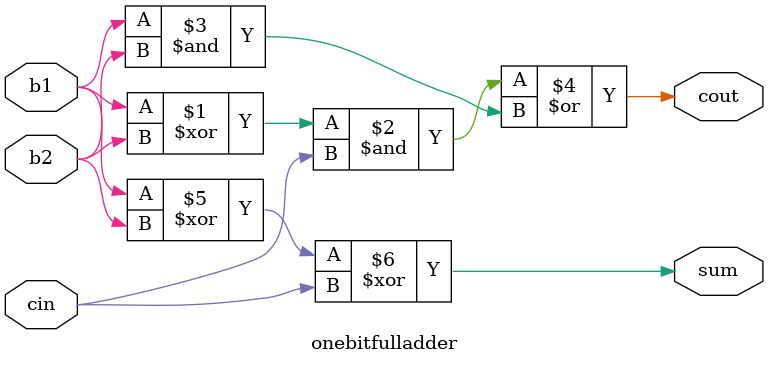
<source format=sv>
module onebitfulladder(b1,b2,cin,cout,sum);
    input b1;
    input b2;
    input cin;
    output cout;
    output sum;

    assign cout = ((b1 ^ b2) & cin) | (b1 & b2);
    assign sum =(b1^ b2) ^ cin;
endmodule
</source>
